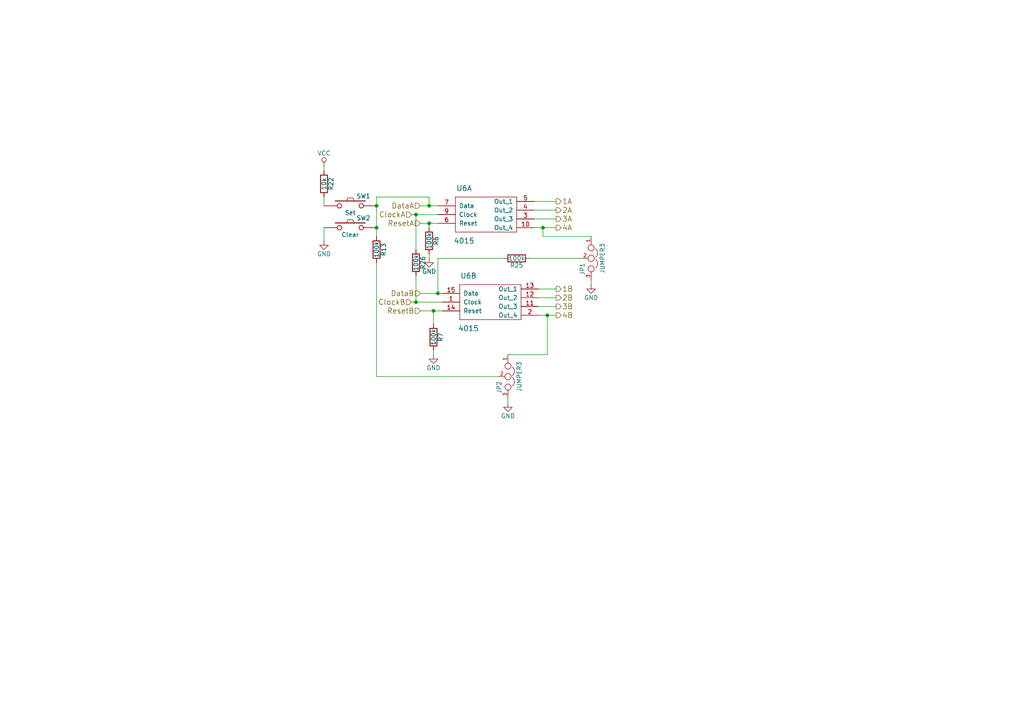
<source format=kicad_sch>
(kicad_sch (version 20231120) (generator "eeschema") (generator_version "8.0")
  (paper "A4")
  (lib_symbols
    (symbol "logic_noise_playground-rescue:4015" (pin_names (offset 1.016))
      (property "Reference" "U" (at -6.35 8.89 0))
      (property "Value" "4015" (at -6.35 -6.35 0))
      (symbol "4015_0_1"
        (rectangle (start -8.89 6.35) (end 8.89 -3.81))
        (pin power_in line (at 0 11.43 270) (length 5.08) hide (name "VDD") (number "16"))
        (pin power_in line (at 0 -8.89 90) (length 5.08) hide (name "VSS") (number "8"))
      )
      (symbol "4015_1_1"
        (pin output line (at 13.97 -2.54 180) (length 5.08) (name "Out_4") (number "10"))
        (pin output line (at 13.97 0 180) (length 5.08) (name "Out_3") (number "3"))
        (pin output line (at 13.97 2.54 180) (length 5.08) (name "Out_2") (number "4"))
        (pin output line (at 13.97 5.08 180) (length 5.08) (name "Out_1") (number "5"))
        (pin input line (at -13.97 -1.27 0) (length 5.08) (name "Reset") (number "6"))
        (pin input line (at -13.97 3.81 0) (length 5.08) (name "Data") (number "7"))
        (pin input line (at -13.97 1.27 0) (length 5.08) (name "Clock") (number "9"))
      )
      (symbol "4015_2_1"
        (pin input line (at -13.97 1.27 0) (length 5.08) (name "Clock") (number "1"))
        (pin output line (at 13.97 0 180) (length 5.08) (name "Out_3") (number "11"))
        (pin output line (at 13.97 2.54 180) (length 5.08) (name "Out_2") (number "12"))
        (pin output line (at 13.97 5.08 180) (length 5.08) (name "Out_1") (number "13"))
        (pin input line (at -13.97 -1.27 0) (length 5.08) (name "Reset") (number "14"))
        (pin input line (at -13.97 3.81 0) (length 5.08) (name "Data") (number "15"))
        (pin output line (at 13.97 -2.54 180) (length 5.08) (name "Out_4") (number "2"))
      )
    )
    (symbol "logic_noise_playground-rescue:GND" (power) (pin_names (offset 0))
      (property "Value" "GND" (at 0 -3.81 0))
      (symbol "GND_0_1"
        (polyline (pts (xy 0 0) (xy 0 -1.27) (xy 1.27 -1.27) (xy 0 -2.54) (xy -1.27 -1.27) (xy 0 -1.27)))
      )
      (symbol "GND_1_1"
        (pin power_in line (at 0 0 270) (length 0) hide (name "GND") (number "1"))
      )
    )
    (symbol "logic_noise_playground-rescue:JUMPER3" (pin_names (offset 0.762) hide)
      (property "Reference" "JP" (at 1.27 -2.54 0))
      (property "Value" "JUMPER3" (at 0 2.54 0))
      (symbol "JUMPER3_0_1"
        (circle (center -3.048 0) (radius 0.889))
        (arc (start -0.254 1.27) (mid -1.524 1.8804) (end -2.794 1.27))
        (circle (center 0 0) (radius 0.9144))
        (arc (start 2.794 1.27) (mid 1.524 1.8804) (end 0.254 1.27))
        (circle (center 3.048 0) (radius 0.889))
        (pin passive line (at -6.35 0 0) (length 2.413) (name "1") (number "1"))
        (pin passive line (at 0 -2.54 90) (length 1.524) (name "2") (number "2"))
        (pin passive line (at 6.35 0 180) (length 2.413) (name "3") (number "3"))
      )
    )
    (symbol "logic_noise_playground-rescue:R" (pin_numbers hide) (pin_names (offset 0))
      (property "Reference" "R" (at 2.032 0 90))
      (property "Value" "R" (at 0 0 90))
      (symbol "R_0_1"
        (rectangle (start -1.016 -2.54) (end 1.016 2.54) (stroke (width 0.254)))
      )
      (symbol "R_1_1"
        (pin passive line (at 0 3.81 270) (length 1.27) (name "~") (number "1"))
        (pin passive line (at 0 -3.81 90) (length 1.27) (name "~") (number "2"))
      )
    )
    (symbol "logic_noise_playground-rescue:SW_PUSH" (pin_numbers hide) (pin_names (offset 1.016) hide)
      (property "Reference" "SW" (at 3.81 2.794 0))
      (property "Value" "SW_PUSH" (at 0 -2.032 0))
      (symbol "SW_PUSH_0_1"
        (rectangle (start -4.318 1.27) (end 4.318 1.524))
        (polyline (pts (xy -1.016 1.524) (xy -0.762 2.286) (xy 0.762 2.286) (xy 1.016 1.524)))
        (pin passive inverted (at -7.62 0 0) (length 5.08) (name "1") (number "1"))
        (pin passive inverted (at 7.62 0 180) (length 5.08) (name "2") (number "2"))
      )
    )
    (symbol "logic_noise_playground-rescue:VCC" (power) (pin_names (offset 0))
      (property "Value" "VCC" (at 0 3.81 0))
      (symbol "VCC_0_1"
        (polyline (pts (xy 0 0) (xy 0 1.27)))
        (circle (center 0 1.905) (radius 0.635))
      )
      (symbol "VCC_1_1"
        (pin power_in line (at 0 0 90) (length 0) hide (name "VCC") (number "1"))
      )
    )
  )
  (junction (at 157.48 66.04))
  (junction (at 124.46 59.69))
  (junction (at 158.75 91.44))
  (junction (at 120.65 62.23))
  (junction (at 109.22 59.69))
  (junction (at 125.73 90.17))
  (junction (at 127 85.09))
  (junction (at 120.65 87.63))
  (junction (at 124.46 64.77))
  (junction (at 109.22 66.04))
  (wire (pts (xy 124.46 64.77) (xy 127 64.77)))
  (wire (pts (xy 125.73 102.87) (xy 125.73 101.6)))
  (wire (pts (xy 121.92 59.69) (xy 124.46 59.69)))
  (wire (pts (xy 156.21 88.9) (xy 161.29 88.9)))
  (wire (pts (xy 109.22 109.22) (xy 144.78 109.22)))
  (wire (pts (xy 109.22 59.69) (xy 109.22 66.04)))
  (wire (pts (xy 121.92 90.17) (xy 125.73 90.17)))
  (wire (pts (xy 158.75 91.44) (xy 161.29 91.44)))
  (wire (pts (xy 120.65 87.63) (xy 128.27 87.63)))
  (wire (pts (xy 125.73 93.98) (xy 125.73 90.17)))
  (wire (pts (xy 157.48 68.58) (xy 157.48 66.04)))
  (wire (pts (xy 127 85.09) (xy 128.27 85.09)))
  (wire (pts (xy 93.98 69.85) (xy 93.98 66.04)))
  (wire (pts (xy 147.32 102.87) (xy 158.75 102.87)))
  (wire (pts (xy 171.45 82.55) (xy 171.45 81.28)))
  (wire (pts (xy 161.29 60.96) (xy 154.94 60.96)))
  (wire (pts (xy 156.21 83.82) (xy 161.29 83.82)))
  (wire (pts (xy 156.21 91.44) (xy 158.75 91.44)))
  (wire (pts (xy 119.38 62.23) (xy 120.65 62.23)))
  (wire (pts (xy 161.29 86.36) (xy 156.21 86.36)))
  (wire (pts (xy 124.46 59.69) (xy 124.46 57.15)))
  (wire (pts (xy 158.75 102.87) (xy 158.75 91.44)))
  (wire (pts (xy 124.46 57.15) (xy 109.22 57.15)))
  (wire (pts (xy 154.94 58.42) (xy 161.29 58.42)))
  (wire (pts (xy 154.94 66.04) (xy 157.48 66.04)))
  (wire (pts (xy 93.98 48.26) (xy 93.98 49.53)))
  (wire (pts (xy 109.22 66.04) (xy 109.22 68.58)))
  (wire (pts (xy 171.45 68.58) (xy 157.48 68.58)))
  (wire (pts (xy 154.94 63.5) (xy 161.29 63.5)))
  (wire (pts (xy 109.22 76.2) (xy 109.22 109.22)))
  (wire (pts (xy 124.46 74.93) (xy 124.46 73.66)))
  (wire (pts (xy 157.48 66.04) (xy 161.29 66.04)))
  (wire (pts (xy 121.92 64.77) (xy 124.46 64.77)))
  (wire (pts (xy 124.46 59.69) (xy 127 59.69)))
  (wire (pts (xy 121.92 85.09) (xy 127 85.09)))
  (wire (pts (xy 153.67 74.93) (xy 168.91 74.93)))
  (wire (pts (xy 93.98 57.15) (xy 93.98 59.69)))
  (wire (pts (xy 119.38 87.63) (xy 120.65 87.63)))
  (wire (pts (xy 120.65 62.23) (xy 127 62.23)))
  (wire (pts (xy 109.22 57.15) (xy 109.22 59.69)))
  (wire (pts (xy 120.65 72.39) (xy 120.65 62.23)))
  (wire (pts (xy 125.73 90.17) (xy 128.27 90.17)))
  (wire (pts (xy 120.65 87.63) (xy 120.65 80.01)))
  (wire (pts (xy 147.32 115.57) (xy 147.32 116.84)))
  (wire (pts (xy 127 74.93) (xy 146.05 74.93)))
  (wire (pts (xy 127 74.93) (xy 127 85.09)))
  (wire (pts (xy 124.46 66.04) (xy 124.46 64.77)))
  (hierarchical_label "2B" (shape output) (at 161.29 86.36 0) (effects (font (size 1.524 1.524))))
  (hierarchical_label "4A" (shape output) (at 161.29 66.04 0) (effects (font (size 1.524 1.524))))
  (hierarchical_label "ClockB" (shape input) (at 119.38 87.63 180) (effects (font (size 1.524 1.524))))
  (hierarchical_label "ResetA" (shape input) (at 121.92 64.77 180) (effects (font (size 1.524 1.524))))
  (hierarchical_label "DataB" (shape input) (at 121.92 85.09 180) (effects (font (size 1.524 1.524))))
  (hierarchical_label "4B" (shape output) (at 161.29 91.44 0) (effects (font (size 1.524 1.524))))
  (hierarchical_label "1B" (shape output) (at 161.29 83.82 0) (effects (font (size 1.524 1.524))))
  (hierarchical_label "ClockA" (shape input) (at 119.38 62.23 180) (effects (font (size 1.524 1.524))))
  (hierarchical_label "DataA" (shape input) (at 121.92 59.69 180) (effects (font (size 1.524 1.524))))
  (hierarchical_label "3A" (shape output) (at 161.29 63.5 0) (effects (font (size 1.524 1.524))))
  (hierarchical_label "1A" (shape output) (at 161.29 58.42 0) (effects (font (size 1.524 1.524))))
  (hierarchical_label "3B" (shape output) (at 161.29 88.9 0) (effects (font (size 1.524 1.524))))
  (hierarchical_label "ResetB" (shape input) (at 121.92 90.17 180) (effects (font (size 1.524 1.524))))
  (hierarchical_label "2A" (shape output) (at 161.29 60.96 0) (effects (font (size 1.524 1.524))))
  (symbol (lib_id "logic_noise_playground-rescue:4015") (at 140.97 63.5 0) (unit 1)
    (property "Reference" "U6" (at 134.62 54.61 0) (effects (font (size 1.524 1.524))))
    (property "Value" "4015" (at 134.62 69.85 0) (effects (font (size 1.524 1.524))))
    (property "Footprint" "Housings_DIP:DIP-16__300_ELL" (effects (hide yes)))
    (property "manf#" "CD4015BE" (effects (hide yes)))
  )
  (symbol (lib_id "logic_noise_playground-rescue:4015") (at 142.24 88.9 0) (unit 2)
    (property "Reference" "U6" (at 135.89 80.01 0) (effects (font (size 1.524 1.524))))
    (property "Value" "4015" (at 135.89 95.25 0) (effects (font (size 1.524 1.524))))
    (property "Footprint" "Housings_DIP:DIP-16__300_ELL" (effects (hide yes)))
    (property "manf#" "CD4015BE" (effects (hide yes)))
  )
  (symbol (lib_id "logic_noise_playground-rescue:R") (at 124.46 69.85 0) (unit 1)
    (property "Reference" "R6" (at 126.492 69.85 90))
    (property "Value" "100k" (at 124.46 69.85 90))
    (property "Footprint" "Resistors_ThroughHole:Resistor_Horizontal_RM10mm" (effects (hide yes)))
    (property "manf#" "CF18JT100K" (effects (hide yes)))
  )
  (symbol (lib_id "logic_noise_playground-rescue:GND") (at 124.46 74.93 0) (unit 1)
    (property "Reference" "#PWR012" (effects (hide yes)))
    (property "Value" "GND" (at 124.46 78.74 0))
  )
  (symbol (lib_id "logic_noise_playground-rescue:R") (at 125.73 97.79 0) (unit 1)
    (property "Reference" "R7" (at 127.762 97.79 90))
    (property "Value" "100k" (at 125.73 97.79 90))
    (property "Footprint" "Resistors_ThroughHole:Resistor_Horizontal_RM10mm" (effects (hide yes)))
    (property "manf#" "CF18JT100K" (effects (hide yes)))
  )
  (symbol (lib_id "logic_noise_playground-rescue:GND") (at 125.73 102.87 0) (unit 1)
    (property "Reference" "#PWR013" (effects (hide yes)))
    (property "Value" "GND" (at 125.73 106.68 0))
  )
  (symbol (lib_id "logic_noise_playground-rescue:R") (at 120.65 76.2 0) (unit 1)
    (property "Reference" "R26" (at 122.682 76.2 90))
    (property "Value" "100k" (at 120.65 76.2 90))
    (property "Footprint" "Resistors_ThroughHole:Resistor_Horizontal_RM10mm" (effects (hide yes)))
    (property "manf#" "CF18JT100K" (effects (hide yes)))
  )
  (symbol (lib_id "logic_noise_playground-rescue:JUMPER3") (at 147.32 109.22 270) (unit 1)
    (property "Reference" "JP2" (at 144.78 110.49 0) (effects (justify left)))
    (property "Value" "JUMPER3" (at 149.86 109.22 0) (effects (justify bottom)))
    (property "Footprint" "Socket_Strips:Socket_Strip_Straight_1x03" (effects (hide yes)))
    (property "manf#" "Pines" (effects (hide yes)))
  )
  (symbol (lib_id "logic_noise_playground-rescue:GND") (at 147.32 116.84 0) (unit 1)
    (property "Reference" "#PWR016" (effects (hide yes)))
    (property "Value" "GND" (at 147.32 120.65 0))
  )
  (symbol (lib_id "logic_noise_playground-rescue:JUMPER3") (at 171.45 74.93 270) (unit 1)
    (property "Reference" "JP1" (at 168.91 76.2 0) (effects (justify left)))
    (property "Value" "JUMPER3" (at 173.99 74.93 0) (effects (justify bottom)))
    (property "Footprint" "Socket_Strips:Socket_Strip_Straight_1x03" (effects (hide yes)))
    (property "manf#" "Pines" (effects (hide yes)))
  )
  (symbol (lib_id "logic_noise_playground-rescue:GND") (at 171.45 82.55 0) (unit 1)
    (property "Reference" "#PWR017" (effects (hide yes)))
    (property "Value" "GND" (at 171.45 86.36 0))
  )
  (symbol (lib_id "logic_noise_playground-rescue:R") (at 149.86 74.93 270) (unit 1)
    (property "Reference" "R25" (at 149.86 76.962 90))
    (property "Value" "100k" (at 149.86 74.93 90))
    (property "Footprint" "Resistors_ThroughHole:Resistor_Horizontal_RM10mm" (effects (hide yes)))
    (property "manf#" "CF18JT100K" (effects (hide yes)))
  )
  (symbol (lib_id "logic_noise_playground-rescue:R") (at 109.22 72.39 0) (unit 1)
    (property "Reference" "R13" (at 111.252 72.39 90))
    (property "Value" "100k" (at 109.22 72.39 90))
    (property "Footprint" "Resistors_ThroughHole:Resistor_Horizontal_RM10mm" (effects (hide yes)))
    (property "manf#" "CF18JT100K" (effects (hide yes)))
  )
  (symbol (lib_id "logic_noise_playground-rescue:SW_PUSH") (at 101.6 59.69 0) (unit 1)
    (property "Reference" "SW1" (at 105.41 56.896 0))
    (property "Value" "Set" (at 101.6 61.722 0))
    (property "Footprint" "Buttons_Switches_ThroughHole:SW_PUSH_SMALL" (effects (hide yes)))
    (property "manf#" "TS02-66-55-BK-100-LCR-D " (effects (hide yes)))
  )
  (symbol (lib_id "logic_noise_playground-rescue:SW_PUSH") (at 101.6 66.04 0) (unit 1)
    (property "Reference" "SW2" (at 105.41 63.246 0))
    (property "Value" "Clear" (at 101.6 68.072 0))
    (property "Footprint" "Buttons_Switches_ThroughHole:SW_PUSH_SMALL" (effects (hide yes)))
    (property "manf#" "TS02-66-55-BK-100-LCR-D " (effects (hide yes)))
  )
  (symbol (lib_id "logic_noise_playground-rescue:VCC") (at 93.98 48.26 0) (unit 1)
    (property "Reference" "#PWR014" (effects (hide yes)))
    (property "Value" "VCC" (at 93.98 44.45 0))
  )
  (symbol (lib_id "logic_noise_playground-rescue:GND") (at 93.98 69.85 0) (unit 1)
    (property "Reference" "#PWR015" (effects (hide yes)))
    (property "Value" "GND" (at 93.98 73.66 0))
  )
  (symbol (lib_id "logic_noise_playground-rescue:R") (at 93.98 53.34 0) (unit 1)
    (property "Reference" "R22" (at 96.012 53.34 90))
    (property "Value" "10k" (at 93.98 53.34 90))
    (property "Footprint" "Resistors_ThroughHole:Resistor_Horizontal_RM10mm" (effects (hide yes)))
    (property "manf#" "CF14JT10K0" (effects (hide yes)))
  )
)
</source>
